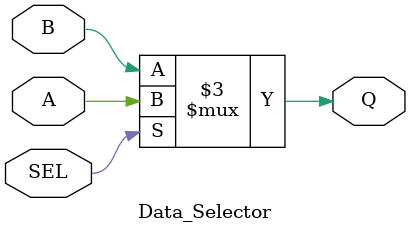
<source format=v>
`timescale 1ns / 1ps


module Data_Selector(
    input A,
    input B,
    input SEL,
    output reg Q
    );
    
    always @(A or B or SEL)
    begin
        if (SEL)
            Q = A;
        else
            Q = B;
    end
    
endmodule

</source>
